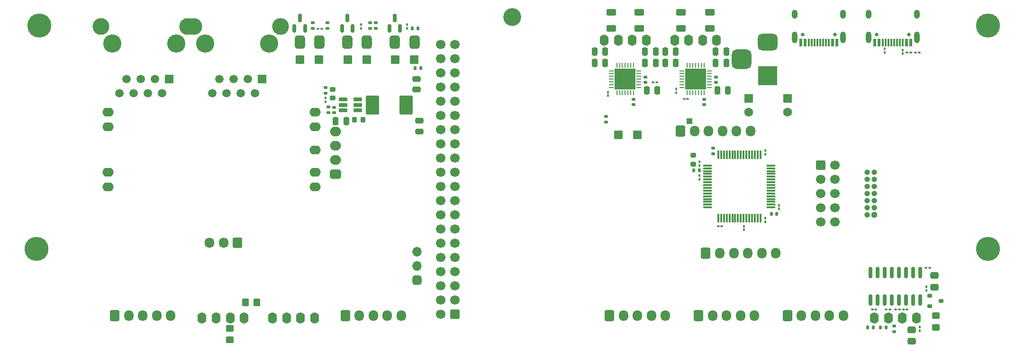
<source format=gbr>
%TF.GenerationSoftware,KiCad,Pcbnew,9.0.4*%
%TF.CreationDate,2025-12-23T11:57:38+01:00*%
%TF.ProjectId,licheerv_nano_base,6c696368-6565-4727-965f-6e616e6f5f62,rev?*%
%TF.SameCoordinates,Original*%
%TF.FileFunction,Soldermask,Bot*%
%TF.FilePolarity,Negative*%
%FSLAX46Y46*%
G04 Gerber Fmt 4.6, Leading zero omitted, Abs format (unit mm)*
G04 Created by KiCad (PCBNEW 9.0.4) date 2025-12-23 11:57:38*
%MOMM*%
%LPD*%
G01*
G04 APERTURE LIST*
G04 Aperture macros list*
%AMRoundRect*
0 Rectangle with rounded corners*
0 $1 Rounding radius*
0 $2 $3 $4 $5 $6 $7 $8 $9 X,Y pos of 4 corners*
0 Add a 4 corners polygon primitive as box body*
4,1,4,$2,$3,$4,$5,$6,$7,$8,$9,$2,$3,0*
0 Add four circle primitives for the rounded corners*
1,1,$1+$1,$2,$3*
1,1,$1+$1,$4,$5*
1,1,$1+$1,$6,$7*
1,1,$1+$1,$8,$9*
0 Add four rect primitives between the rounded corners*
20,1,$1+$1,$2,$3,$4,$5,0*
20,1,$1+$1,$4,$5,$6,$7,0*
20,1,$1+$1,$6,$7,$8,$9,0*
20,1,$1+$1,$8,$9,$2,$3,0*%
G04 Aperture macros list end*
%ADD10RoundRect,0.150000X0.600000X0.650000X-0.600000X0.650000X-0.600000X-0.650000X0.600000X-0.650000X0*%
%ADD11RoundRect,0.135000X0.185000X-0.135000X0.185000X0.135000X-0.185000X0.135000X-0.185000X-0.135000X0*%
%ADD12RoundRect,0.100000X0.130000X0.100000X-0.130000X0.100000X-0.130000X-0.100000X0.130000X-0.100000X0*%
%ADD13O,2.000000X1.600000*%
%ADD14RoundRect,0.250000X-0.600000X-0.725000X0.600000X-0.725000X0.600000X0.725000X-0.600000X0.725000X0*%
%ADD15O,1.700000X1.950000*%
%ADD16O,1.600000X2.000000*%
%ADD17RoundRect,0.300000X0.200000X0.200000X-0.200000X0.200000X-0.200000X-0.200000X0.200000X-0.200000X0*%
%ADD18O,1.000000X1.000000*%
%ADD19RoundRect,0.250000X-0.600000X-0.600000X0.600000X-0.600000X0.600000X0.600000X-0.600000X0.600000X0*%
%ADD20C,1.700000*%
%ADD21RoundRect,0.425000X0.575000X0.425000X-0.575000X0.425000X-0.575000X-0.425000X0.575000X-0.425000X0*%
%ADD22O,2.000000X1.700000*%
%ADD23C,4.300000*%
%ADD24C,3.250000*%
%ADD25R,1.500000X1.500000*%
%ADD26C,1.500000*%
%ADD27C,3.000000*%
%ADD28RoundRect,0.450000X0.450000X0.750000X-0.450000X0.750000X-0.450000X-0.750000X0.450000X-0.750000X0*%
%ADD29C,3.200000*%
%ADD30R,3.500000X3.500000*%
%ADD31RoundRect,0.750000X-1.000000X0.750000X-1.000000X-0.750000X1.000000X-0.750000X1.000000X0.750000X0*%
%ADD32RoundRect,0.875000X-0.875000X0.875000X-0.875000X-0.875000X0.875000X-0.875000X0.875000X0.875000X0*%
%ADD33RoundRect,0.500000X0.350000X0.350000X-0.350000X0.350000X-0.350000X-0.350000X0.350000X-0.350000X0*%
%ADD34O,1.700000X1.700000*%
%ADD35RoundRect,0.250000X0.600000X0.675000X-0.600000X0.675000X-0.600000X-0.675000X0.600000X-0.675000X0*%
%ADD36O,1.700000X1.850000*%
%ADD37RoundRect,0.250000X-0.550000X0.550000X-0.550000X-0.550000X0.550000X-0.550000X0.550000X0.550000X0*%
%ADD38C,1.600000*%
%ADD39RoundRect,0.135000X-0.185000X0.135000X-0.185000X-0.135000X0.185000X-0.135000X0.185000X0.135000X0*%
%ADD40RoundRect,0.250000X0.250000X0.475000X-0.250000X0.475000X-0.250000X-0.475000X0.250000X-0.475000X0*%
%ADD41RoundRect,0.140000X-0.170000X0.140000X-0.170000X-0.140000X0.170000X-0.140000X0.170000X0.140000X0*%
%ADD42RoundRect,0.135000X-0.135000X-0.185000X0.135000X-0.185000X0.135000X0.185000X-0.135000X0.185000X0*%
%ADD43RoundRect,0.250000X-0.250000X-0.475000X0.250000X-0.475000X0.250000X0.475000X-0.250000X0.475000X0*%
%ADD44RoundRect,0.100000X-0.130000X-0.100000X0.130000X-0.100000X0.130000X0.100000X-0.130000X0.100000X0*%
%ADD45RoundRect,0.250000X0.625000X-0.312500X0.625000X0.312500X-0.625000X0.312500X-0.625000X-0.312500X0*%
%ADD46RoundRect,0.250000X0.450000X-0.350000X0.450000X0.350000X-0.450000X0.350000X-0.450000X-0.350000X0*%
%ADD47RoundRect,0.100000X-0.100000X0.130000X-0.100000X-0.130000X0.100000X-0.130000X0.100000X0.130000X0*%
%ADD48RoundRect,0.150000X-0.600000X-0.650000X0.600000X-0.650000X0.600000X0.650000X-0.600000X0.650000X0*%
%ADD49RoundRect,0.150000X0.150000X-0.587500X0.150000X0.587500X-0.150000X0.587500X-0.150000X-0.587500X0*%
%ADD50C,0.650000*%
%ADD51R,0.600000X1.450000*%
%ADD52R,0.300000X1.450000*%
%ADD53O,1.000000X1.600000*%
%ADD54O,1.000000X2.100000*%
%ADD55RoundRect,0.150000X0.150000X-0.825000X0.150000X0.825000X-0.150000X0.825000X-0.150000X-0.825000X0*%
%ADD56RoundRect,0.235000X0.940000X1.465000X-0.940000X1.465000X-0.940000X-1.465000X0.940000X-1.465000X0*%
%ADD57RoundRect,0.250000X-0.350000X-0.450000X0.350000X-0.450000X0.350000X0.450000X-0.350000X0.450000X0*%
%ADD58RoundRect,0.250000X0.450000X-0.325000X0.450000X0.325000X-0.450000X0.325000X-0.450000X-0.325000X0*%
%ADD59RoundRect,0.218750X0.256250X-0.218750X0.256250X0.218750X-0.256250X0.218750X-0.256250X-0.218750X0*%
%ADD60RoundRect,0.250000X-0.475000X0.337500X-0.475000X-0.337500X0.475000X-0.337500X0.475000X0.337500X0*%
%ADD61RoundRect,0.100000X0.100000X-0.130000X0.100000X0.130000X-0.100000X0.130000X-0.100000X-0.130000X0*%
%ADD62RoundRect,0.250000X-0.475000X0.250000X-0.475000X-0.250000X0.475000X-0.250000X0.475000X0.250000X0*%
%ADD63RoundRect,0.225000X0.250000X-0.225000X0.250000X0.225000X-0.250000X0.225000X-0.250000X-0.225000X0*%
%ADD64RoundRect,0.162500X0.617500X0.162500X-0.617500X0.162500X-0.617500X-0.162500X0.617500X-0.162500X0*%
%ADD65RoundRect,0.075000X0.075000X-0.700000X0.075000X0.700000X-0.075000X0.700000X-0.075000X-0.700000X0*%
%ADD66RoundRect,0.075000X0.700000X-0.075000X0.700000X0.075000X-0.700000X0.075000X-0.700000X-0.075000X0*%
%ADD67RoundRect,0.225000X0.225000X0.250000X-0.225000X0.250000X-0.225000X-0.250000X0.225000X-0.250000X0*%
%ADD68R,1.000000X1.000000*%
%ADD69RoundRect,0.062500X0.325000X0.062500X-0.325000X0.062500X-0.325000X-0.062500X0.325000X-0.062500X0*%
%ADD70RoundRect,0.062500X0.062500X0.325000X-0.062500X0.325000X-0.062500X-0.325000X0.062500X-0.325000X0*%
%ADD71R,3.750000X3.750000*%
%ADD72RoundRect,0.250000X0.475000X-0.250000X0.475000X0.250000X-0.475000X0.250000X-0.475000X-0.250000X0*%
%ADD73RoundRect,0.250000X0.475000X-0.337500X0.475000X0.337500X-0.475000X0.337500X-0.475000X-0.337500X0*%
%ADD74RoundRect,0.140000X0.140000X0.170000X-0.140000X0.170000X-0.140000X-0.170000X0.140000X-0.170000X0*%
%ADD75RoundRect,0.250000X0.600000X0.600000X-0.600000X0.600000X-0.600000X-0.600000X0.600000X-0.600000X0*%
%ADD76RoundRect,0.175000X-0.275000X-0.175000X0.275000X-0.175000X0.275000X0.175000X-0.275000X0.175000X0*%
G04 APERTURE END LIST*
D10*
%TO.C,D4*%
X119000000Y-74600000D03*
X122400000Y-74600000D03*
%TD*%
D11*
%TO.C,R31*%
X116800000Y-72310000D03*
X116800000Y-71290000D03*
%TD*%
D12*
%TO.C,R30*%
X172720000Y-59800000D03*
X172080000Y-59800000D03*
%TD*%
%TO.C,R29*%
X171220000Y-59800000D03*
X170580000Y-59800000D03*
%TD*%
D13*
%TO.C,U7*%
X27800000Y-70550000D03*
X27800000Y-73100000D03*
X27800000Y-81300000D03*
X27800000Y-83850000D03*
X64800000Y-83850000D03*
X64800000Y-81300000D03*
X64800000Y-77320000D03*
X64800000Y-73100000D03*
X64800000Y-70550000D03*
%TD*%
D14*
%TO.C,J5*%
X117400000Y-106900000D03*
D15*
X119900000Y-106900000D03*
X122400000Y-106900000D03*
X124900000Y-106900000D03*
X127400000Y-106900000D03*
%TD*%
D14*
%TO.C,J4*%
X70200000Y-106900000D03*
D15*
X72700000Y-106900000D03*
X75200000Y-106900000D03*
X77700000Y-106900000D03*
X80200000Y-106900000D03*
%TD*%
D16*
%TO.C,J17*%
X44600000Y-107300000D03*
X47100000Y-107300000D03*
X49600000Y-107300000D03*
X52100000Y-107300000D03*
%TD*%
D14*
%TO.C,J6*%
X29000000Y-106927500D03*
D15*
X31500000Y-106927500D03*
X34000000Y-106927500D03*
X36500000Y-106927500D03*
X39000000Y-106927500D03*
%TD*%
D16*
%TO.C,J7*%
X123950000Y-57672500D03*
X121450000Y-57672500D03*
X118950000Y-57672500D03*
X116450000Y-57672500D03*
%TD*%
D17*
%TO.C,J21*%
X164670000Y-88880000D03*
D18*
X163400000Y-88880000D03*
X164670000Y-87610000D03*
X163400000Y-87610000D03*
X164670000Y-86340000D03*
X163400000Y-86340000D03*
X164670000Y-85070000D03*
X163400000Y-85070000D03*
X164670000Y-83800000D03*
X163400000Y-83800000D03*
X164670000Y-82530000D03*
X163400000Y-82530000D03*
X164670000Y-81260000D03*
X163400000Y-81260000D03*
%TD*%
D19*
%TO.C,J18*%
X155147500Y-80020000D03*
D20*
X157687500Y-80020000D03*
X155147500Y-82560000D03*
X157687500Y-82560000D03*
X155147500Y-85100000D03*
X157687500Y-85100000D03*
X155147500Y-87640000D03*
X157687500Y-87640000D03*
X155147500Y-90180000D03*
X157687500Y-90180000D03*
%TD*%
D21*
%TO.C,U4*%
X68467500Y-81610000D03*
D22*
X68467500Y-79070000D03*
X68467500Y-76530000D03*
X68467500Y-73990000D03*
%TD*%
D23*
%TO.C,H8*%
X185000000Y-55000000D03*
%TD*%
D24*
%TO.C,J12*%
X56585000Y-58205000D03*
X45155000Y-58205000D03*
D25*
X55315000Y-64555000D03*
D26*
X54045000Y-67095000D03*
X52775000Y-64555000D03*
X51505000Y-67095000D03*
X50235000Y-64555000D03*
X48965000Y-67095000D03*
X47695000Y-64555000D03*
X46425000Y-67095000D03*
D27*
X58640000Y-55155000D03*
X43100000Y-55155000D03*
%TD*%
D28*
%TO.C,J10*%
X82550000Y-58000000D03*
X79050000Y-58000000D03*
%TD*%
D29*
%TO.C,H6*%
X100000000Y-53500000D03*
%TD*%
D30*
%TO.C,J2*%
X145657500Y-64000000D03*
D31*
X145657500Y-58000000D03*
D32*
X140957500Y-61000000D03*
%TD*%
D28*
%TO.C,J9*%
X65550000Y-58000000D03*
X62050000Y-58000000D03*
%TD*%
D14*
%TO.C,J3*%
X133300000Y-106900000D03*
D15*
X135800000Y-106900000D03*
X138300000Y-106900000D03*
X140800000Y-106900000D03*
X143300000Y-106900000D03*
%TD*%
D16*
%TO.C,J8*%
X136550000Y-57672500D03*
X134050000Y-57672500D03*
X131550000Y-57672500D03*
X129050000Y-57672500D03*
%TD*%
%TO.C,J16*%
X57200000Y-107300000D03*
X59700000Y-107300000D03*
X62200000Y-107300000D03*
X64700000Y-107300000D03*
%TD*%
D14*
%TO.C,J23*%
X130100000Y-73900000D03*
D15*
X132600000Y-73900000D03*
X135100000Y-73900000D03*
X137600000Y-73900000D03*
X140100000Y-73900000D03*
X142600000Y-73900000D03*
%TD*%
D33*
%TO.C,J14*%
X83000000Y-100540000D03*
D34*
X83000000Y-98000000D03*
X83000000Y-95460000D03*
%TD*%
D14*
%TO.C,J24*%
X134600000Y-95700000D03*
D15*
X137100000Y-95700000D03*
X139600000Y-95700000D03*
X142100000Y-95700000D03*
X144600000Y-95700000D03*
X147100000Y-95700000D03*
%TD*%
D35*
%TO.C,J20*%
X50950000Y-93850000D03*
D36*
X48450000Y-93850000D03*
X45950000Y-93850000D03*
%TD*%
D23*
%TO.C,H9*%
X185000000Y-95000000D03*
%TD*%
D24*
%TO.C,J11*%
X39985000Y-58205000D03*
X28555000Y-58205000D03*
D25*
X38715000Y-64555000D03*
D26*
X37445000Y-67095000D03*
X36175000Y-64555000D03*
X34905000Y-67095000D03*
X33635000Y-64555000D03*
X32365000Y-67095000D03*
X31095000Y-64555000D03*
X29825000Y-67095000D03*
D27*
X42040000Y-55155000D03*
X26500000Y-55155000D03*
%TD*%
D14*
%TO.C,J19*%
X149200000Y-106900000D03*
D15*
X151700000Y-106900000D03*
X154200000Y-106900000D03*
X156700000Y-106900000D03*
X159200000Y-106900000D03*
%TD*%
D23*
%TO.C,H2*%
X15000000Y-95000000D03*
%TD*%
%TO.C,H1*%
X15500000Y-55000000D03*
%TD*%
D16*
%TO.C,J15*%
X164700000Y-107300000D03*
X167200000Y-107300000D03*
X169700000Y-107300000D03*
X172200000Y-107300000D03*
%TD*%
D28*
%TO.C,J13*%
X74050000Y-58000000D03*
X70550000Y-58000000D03*
%TD*%
D37*
%TO.C,C23*%
X149200000Y-68017620D03*
D38*
X149200000Y-70517620D03*
%TD*%
D39*
%TO.C,R4*%
X66700000Y-66090000D03*
X66700000Y-67110000D03*
%TD*%
%TO.C,R7*%
X168250000Y-108762500D03*
X168250000Y-109782500D03*
%TD*%
D40*
%TO.C,C26*%
X138550000Y-66600000D03*
X136650000Y-66600000D03*
%TD*%
D41*
%TO.C,C36*%
X136400000Y-64220000D03*
X136400000Y-65180000D03*
%TD*%
D42*
%TO.C,R23*%
X82140000Y-55550000D03*
X83160000Y-55550000D03*
%TD*%
D41*
%TO.C,C34*%
X123800000Y-64220000D03*
X123800000Y-65180000D03*
%TD*%
D43*
%TO.C,C39*%
X114750000Y-59700000D03*
X116650000Y-59700000D03*
%TD*%
D44*
%TO.C,C13*%
X166830000Y-105772500D03*
X167470000Y-105772500D03*
%TD*%
D45*
%TO.C,R17*%
X122700000Y-55562500D03*
X122700000Y-52637500D03*
%TD*%
D46*
%TO.C,R76*%
X49550000Y-111200000D03*
X49550000Y-109200000D03*
%TD*%
D47*
%TO.C,C6*%
X172850000Y-108952500D03*
X172850000Y-109592500D03*
%TD*%
D42*
%TO.C,R22*%
X82640000Y-62650000D03*
X83660000Y-62650000D03*
%TD*%
D11*
%TO.C,R25*%
X75600000Y-55560000D03*
X75600000Y-54540000D03*
%TD*%
D48*
%TO.C,D3*%
X70600000Y-61100000D03*
X74000000Y-61100000D03*
%TD*%
D49*
%TO.C,Q4*%
X71500000Y-55537500D03*
X69600000Y-55537500D03*
X70550000Y-53662500D03*
%TD*%
D42*
%TO.C,R6*%
X165840000Y-109072500D03*
X166860000Y-109072500D03*
%TD*%
D43*
%TO.C,C43*%
X136350000Y-61700000D03*
X138250000Y-61700000D03*
%TD*%
D50*
%TO.C,J1*%
X151910000Y-56600000D03*
X157690000Y-56600000D03*
D51*
X151550000Y-58045000D03*
X152350000Y-58045000D03*
D52*
X153550000Y-58045000D03*
X154550000Y-58045000D03*
X155050000Y-58045000D03*
X156050000Y-58045000D03*
D51*
X157250000Y-58045000D03*
X158050000Y-58045000D03*
X158050000Y-58045000D03*
X157250000Y-58045000D03*
D52*
X156550000Y-58045000D03*
X155550000Y-58045000D03*
X154050000Y-58045000D03*
X153050000Y-58045000D03*
D51*
X152350000Y-58045000D03*
X151550000Y-58045000D03*
D53*
X150480000Y-52950000D03*
D54*
X150480000Y-57130000D03*
D53*
X159120000Y-52950000D03*
D54*
X159120000Y-57130000D03*
%TD*%
D50*
%TO.C,J22*%
X165110000Y-56592500D03*
X170890000Y-56592500D03*
D51*
X164750000Y-58037500D03*
X165550000Y-58037500D03*
D52*
X166750000Y-58037500D03*
X167750000Y-58037500D03*
X168250000Y-58037500D03*
X169250000Y-58037500D03*
D51*
X170450000Y-58037500D03*
X171250000Y-58037500D03*
X171250000Y-58037500D03*
X170450000Y-58037500D03*
D52*
X169750000Y-58037500D03*
X168750000Y-58037500D03*
X167250000Y-58037500D03*
X166250000Y-58037500D03*
D51*
X165550000Y-58037500D03*
X164750000Y-58037500D03*
D53*
X163680000Y-52942500D03*
D54*
X163680000Y-57122500D03*
D53*
X172320000Y-52942500D03*
D54*
X172320000Y-57122500D03*
%TD*%
D55*
%TO.C,U3*%
X172895000Y-104147500D03*
X171625000Y-104147500D03*
X170355000Y-104147500D03*
X169085000Y-104147500D03*
X167815000Y-104147500D03*
X166545000Y-104147500D03*
X165275000Y-104147500D03*
X164005000Y-104147500D03*
X164005000Y-99197500D03*
X165275000Y-99197500D03*
X166545000Y-99197500D03*
X167815000Y-99197500D03*
X169085000Y-99197500D03*
X170355000Y-99197500D03*
X171625000Y-99197500D03*
X172895000Y-99197500D03*
%TD*%
D41*
%TO.C,C4*%
X68200000Y-69620000D03*
X68200000Y-70580000D03*
%TD*%
D45*
%TO.C,R18*%
X135300000Y-55562500D03*
X135300000Y-52637500D03*
%TD*%
D43*
%TO.C,C29*%
X123750000Y-61700000D03*
X125650000Y-61700000D03*
%TD*%
D56*
%TO.C,L1*%
X81050000Y-69200000D03*
X75000000Y-69200000D03*
%TD*%
D57*
%TO.C,R77*%
X52350000Y-104550000D03*
X54350000Y-104550000D03*
%TD*%
D58*
%TO.C,L2*%
X175750000Y-108997500D03*
X175750000Y-106947500D03*
%TD*%
D49*
%TO.C,Q2*%
X63000000Y-55537500D03*
X61100000Y-55537500D03*
X62050000Y-53662500D03*
%TD*%
D59*
%TO.C,FB1*%
X132400000Y-79787500D03*
X132400000Y-78212500D03*
%TD*%
D12*
%TO.C,R21*%
X65970000Y-55600000D03*
X65330000Y-55600000D03*
%TD*%
D47*
%TO.C,C27*%
X117100000Y-66930000D03*
X117100000Y-67570000D03*
%TD*%
D12*
%TO.C,R8*%
X170570000Y-105772500D03*
X169930000Y-105772500D03*
%TD*%
D44*
%TO.C,C16*%
X136830000Y-90900000D03*
X137470000Y-90900000D03*
%TD*%
D41*
%TO.C,C35*%
X134300000Y-68220000D03*
X134300000Y-69180000D03*
%TD*%
D60*
%TO.C,C10*%
X171350000Y-109435000D03*
X171350000Y-111510000D03*
%TD*%
D47*
%TO.C,R28*%
X169750000Y-59380000D03*
X169750000Y-60020000D03*
%TD*%
D40*
%TO.C,C25*%
X125950000Y-66600000D03*
X124050000Y-66600000D03*
%TD*%
D61*
%TO.C,C19*%
X147700000Y-87820000D03*
X147700000Y-87180000D03*
%TD*%
D11*
%TO.C,R1*%
X135950000Y-77960000D03*
X135950000Y-76940000D03*
%TD*%
D62*
%TO.C,C5*%
X83400000Y-72050000D03*
X83400000Y-73950000D03*
%TD*%
D63*
%TO.C,C3*%
X67900000Y-67975000D03*
X67900000Y-66425000D03*
%TD*%
D47*
%TO.C,C17*%
X133500000Y-79430000D03*
X133500000Y-80070000D03*
%TD*%
D44*
%TO.C,R10*%
X130735000Y-68100000D03*
X131375000Y-68100000D03*
%TD*%
D11*
%TO.C,R2*%
X67200000Y-70610000D03*
X67200000Y-69590000D03*
%TD*%
D61*
%TO.C,C20*%
X174050000Y-102392500D03*
X174050000Y-101752500D03*
%TD*%
D40*
%TO.C,C30*%
X129250000Y-61700000D03*
X127350000Y-61700000D03*
%TD*%
D64*
%TO.C,U1*%
X72450000Y-68250000D03*
X72450000Y-69200000D03*
X72450000Y-70150000D03*
X69750000Y-70150000D03*
X69750000Y-69200000D03*
X69750000Y-68250000D03*
%TD*%
D40*
%TO.C,C37*%
X125650000Y-59700000D03*
X123750000Y-59700000D03*
%TD*%
D65*
%TO.C,U2*%
X144350000Y-89475000D03*
X143850000Y-89475000D03*
X143350000Y-89475000D03*
X142850000Y-89475000D03*
X142350000Y-89475000D03*
X141850000Y-89475000D03*
X141350000Y-89475000D03*
X140850000Y-89475000D03*
X140350000Y-89475000D03*
X139850000Y-89475000D03*
X139350000Y-89475000D03*
X138850000Y-89475000D03*
X138350000Y-89475000D03*
X137850000Y-89475000D03*
X137350000Y-89475000D03*
X136850000Y-89475000D03*
D66*
X134925000Y-87550000D03*
X134925000Y-87050000D03*
X134925000Y-86550000D03*
X134925000Y-86050000D03*
X134925000Y-85550000D03*
X134925000Y-85050000D03*
X134925000Y-84550000D03*
X134925000Y-84050000D03*
X134925000Y-83550000D03*
X134925000Y-83050000D03*
X134925000Y-82550000D03*
X134925000Y-82050000D03*
X134925000Y-81550000D03*
X134925000Y-81050000D03*
X134925000Y-80550000D03*
X134925000Y-80050000D03*
D65*
X136850000Y-78125000D03*
X137350000Y-78125000D03*
X137850000Y-78125000D03*
X138350000Y-78125000D03*
X138850000Y-78125000D03*
X139350000Y-78125000D03*
X139850000Y-78125000D03*
X140350000Y-78125000D03*
X140850000Y-78125000D03*
X141350000Y-78125000D03*
X141850000Y-78125000D03*
X142350000Y-78125000D03*
X142850000Y-78125000D03*
X143350000Y-78125000D03*
X143850000Y-78125000D03*
X144350000Y-78125000D03*
D66*
X146275000Y-80050000D03*
X146275000Y-80550000D03*
X146275000Y-81050000D03*
X146275000Y-81550000D03*
X146275000Y-82050000D03*
X146275000Y-82550000D03*
X146275000Y-83050000D03*
X146275000Y-83550000D03*
X146275000Y-84050000D03*
X146275000Y-84550000D03*
X146275000Y-85050000D03*
X146275000Y-85550000D03*
X146275000Y-86050000D03*
X146275000Y-86550000D03*
X146275000Y-87050000D03*
X146275000Y-87550000D03*
%TD*%
D11*
%TO.C,R19*%
X67000000Y-55560000D03*
X67000000Y-54540000D03*
%TD*%
D49*
%TO.C,Q3*%
X79962500Y-55537500D03*
X78062500Y-55537500D03*
X79012500Y-53662500D03*
%TD*%
D67*
%TO.C,C1*%
X73375000Y-71900000D03*
X71825000Y-71900000D03*
%TD*%
D68*
%TO.C,TP1*%
X131700000Y-72100000D03*
%TD*%
D42*
%TO.C,R5*%
X163540000Y-109072500D03*
X164560000Y-109072500D03*
%TD*%
D47*
%TO.C,C12*%
X141400000Y-90880000D03*
X141400000Y-91520000D03*
%TD*%
D69*
%TO.C,U5*%
X122662500Y-63100000D03*
X122662500Y-63600000D03*
X122662500Y-64100000D03*
X122662500Y-64600000D03*
X122662500Y-65100000D03*
X122662500Y-65600000D03*
X122662500Y-66100000D03*
D70*
X121700000Y-67062500D03*
X121200000Y-67062500D03*
X120700000Y-67062500D03*
X120200000Y-67062500D03*
X119700000Y-67062500D03*
X119200000Y-67062500D03*
X118700000Y-67062500D03*
D69*
X117737500Y-66100000D03*
X117737500Y-65600000D03*
X117737500Y-65100000D03*
X117737500Y-64600000D03*
X117737500Y-64100000D03*
X117737500Y-63600000D03*
X117737500Y-63100000D03*
D70*
X118700000Y-62137500D03*
X119200000Y-62137500D03*
X119700000Y-62137500D03*
X120200000Y-62137500D03*
X120700000Y-62137500D03*
X121200000Y-62137500D03*
X121700000Y-62137500D03*
D71*
X120200000Y-64600000D03*
%TD*%
D48*
%TO.C,D2*%
X79100000Y-61100000D03*
X82500000Y-61100000D03*
%TD*%
D44*
%TO.C,C21*%
X173930000Y-98372500D03*
X174570000Y-98372500D03*
%TD*%
D41*
%TO.C,C33*%
X121700000Y-68220000D03*
X121700000Y-69180000D03*
%TD*%
D72*
%TO.C,C7*%
X82900000Y-66450000D03*
X82900000Y-64550000D03*
%TD*%
D47*
%TO.C,R24*%
X81200000Y-54880000D03*
X81200000Y-55520000D03*
%TD*%
D48*
%TO.C,D1*%
X62100000Y-61100000D03*
X65500000Y-61100000D03*
%TD*%
D47*
%TO.C,R27*%
X73050000Y-54880000D03*
X73050000Y-55520000D03*
%TD*%
D73*
%TO.C,C22*%
X175450000Y-101810000D03*
X175450000Y-99735000D03*
%TD*%
D11*
%TO.C,R26*%
X74600000Y-55560000D03*
X74600000Y-54540000D03*
%TD*%
D12*
%TO.C,R11*%
X169170000Y-105772500D03*
X168530000Y-105772500D03*
%TD*%
%TO.C,R9*%
X125820000Y-65200000D03*
X125180000Y-65200000D03*
%TD*%
D74*
%TO.C,C8*%
X133430000Y-80950000D03*
X132470000Y-80950000D03*
%TD*%
D47*
%TO.C,C28*%
X129300000Y-66380000D03*
X129300000Y-67020000D03*
%TD*%
D44*
%TO.C,C11*%
X164330000Y-105772500D03*
X164970000Y-105772500D03*
%TD*%
D74*
%TO.C,C14*%
X147280000Y-88700000D03*
X146320000Y-88700000D03*
%TD*%
D11*
%TO.C,R20*%
X64350000Y-55560000D03*
X64350000Y-54540000D03*
%TD*%
D40*
%TO.C,C42*%
X116650000Y-61700000D03*
X114750000Y-61700000D03*
%TD*%
%TO.C,C40*%
X138250000Y-59700000D03*
X136350000Y-59700000D03*
%TD*%
D47*
%TO.C,R3*%
X66700000Y-67980000D03*
X66700000Y-68620000D03*
%TD*%
D43*
%TO.C,C38*%
X127350000Y-59700000D03*
X129250000Y-59700000D03*
%TD*%
D69*
%TO.C,U6*%
X135262500Y-63100000D03*
X135262500Y-63600000D03*
X135262500Y-64100000D03*
X135262500Y-64600000D03*
X135262500Y-65100000D03*
X135262500Y-65600000D03*
X135262500Y-66100000D03*
D70*
X134300000Y-67062500D03*
X133800000Y-67062500D03*
X133300000Y-67062500D03*
X132800000Y-67062500D03*
X132300000Y-67062500D03*
X131800000Y-67062500D03*
X131300000Y-67062500D03*
D69*
X130337500Y-66100000D03*
X130337500Y-65600000D03*
X130337500Y-65100000D03*
X130337500Y-64600000D03*
X130337500Y-64100000D03*
X130337500Y-63600000D03*
X130337500Y-63100000D03*
D70*
X131300000Y-62137500D03*
X131800000Y-62137500D03*
X132300000Y-62137500D03*
X132800000Y-62137500D03*
X133300000Y-62137500D03*
X133800000Y-62137500D03*
X134300000Y-62137500D03*
D71*
X132800000Y-64600000D03*
%TD*%
D61*
%TO.C,C15*%
X145200000Y-90120000D03*
X145200000Y-89480000D03*
%TD*%
D45*
%TO.C,R15*%
X117700000Y-55562500D03*
X117700000Y-52637500D03*
%TD*%
D47*
%TO.C,R13*%
X166600000Y-59180000D03*
X166600000Y-59820000D03*
%TD*%
D37*
%TO.C,C24*%
X142300000Y-68017620D03*
D38*
X142300000Y-70517620D03*
%TD*%
D47*
%TO.C,C9*%
X133500000Y-81855000D03*
X133500000Y-82495000D03*
%TD*%
D75*
%TO.C,X1*%
X89770000Y-106630000D03*
D20*
X87230000Y-106630000D03*
X89770000Y-104090000D03*
X87230000Y-104090000D03*
X89770000Y-101550000D03*
X87230000Y-101550000D03*
X89770000Y-99010000D03*
X87230000Y-99010000D03*
X89770000Y-96470000D03*
X87230000Y-96470000D03*
X89770000Y-93930000D03*
X87230000Y-93930000D03*
X89770000Y-91390000D03*
X87230000Y-91390000D03*
X89770000Y-88850000D03*
X87230000Y-88850000D03*
X89770000Y-86310000D03*
X87230000Y-86310000D03*
X89770000Y-83770000D03*
X87230000Y-83770000D03*
X89770000Y-81230000D03*
X87230000Y-81230000D03*
X89770000Y-78690000D03*
X87230000Y-78690000D03*
X89770000Y-76150000D03*
X87230000Y-76150000D03*
X89770000Y-73610000D03*
X87230000Y-73610000D03*
X89770000Y-71070000D03*
X87230000Y-71070000D03*
X89770000Y-68530000D03*
X87230000Y-68530000D03*
X89770000Y-65990000D03*
X87230000Y-65990000D03*
X89770000Y-63450000D03*
X87230000Y-63450000D03*
X89770000Y-60910000D03*
X87230000Y-60910000D03*
X89770000Y-58370000D03*
X87230000Y-58370000D03*
%TD*%
D45*
%TO.C,R16*%
X130200000Y-55562500D03*
X130200000Y-52637500D03*
%TD*%
D61*
%TO.C,C18*%
X145200000Y-78020000D03*
X145200000Y-77380000D03*
%TD*%
D43*
%TO.C,C2*%
X68450000Y-72100000D03*
X70350000Y-72100000D03*
%TD*%
D76*
%TO.C,Q1*%
X174650000Y-105222500D03*
X174650000Y-103322500D03*
X176650000Y-104272500D03*
%TD*%
M02*

</source>
